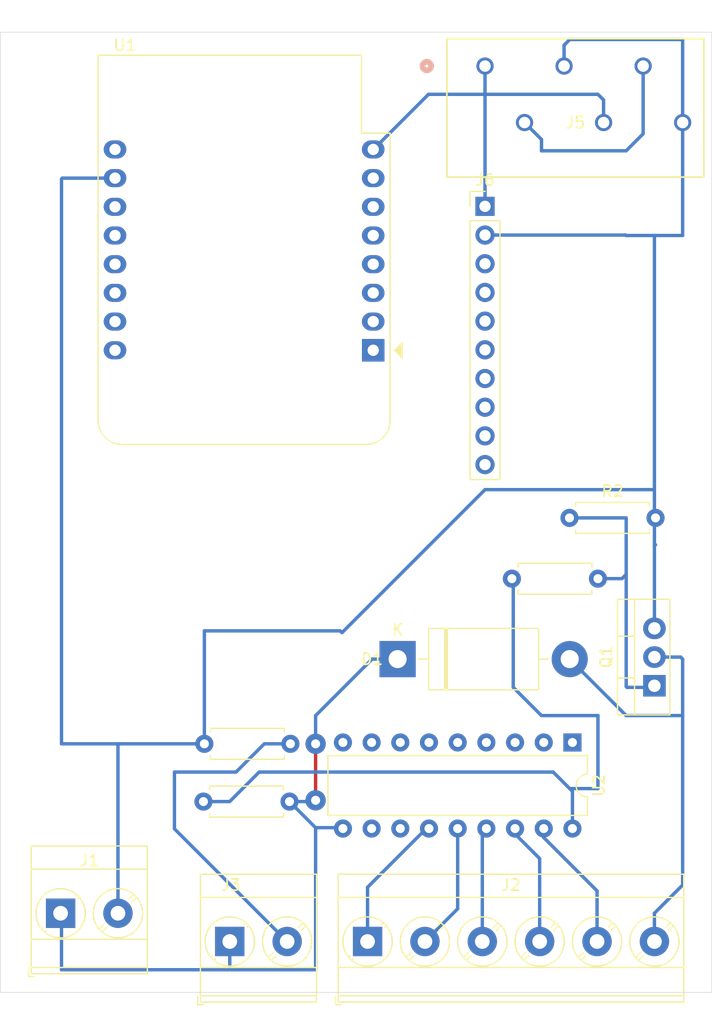
<source format=kicad_pcb>
(kicad_pcb (version 20240108) (generator "pcbnew") (generator_version "8.0")
  (layers (0 "F.Cu" signal) (31 "B.Cu" signal) (34 "B.Paste" user) (35 "F.Paste" user) (36 "B.SilkS" user "B.Silkscreen") (37 "F.SilkS" user "F.Silkscreen") (38 "B.Mask" user) (39 "F.Mask" user) (44 "Edge.Cuts" user))
  (net 0 "")
  (net 1 "+24V")
  (net 2 "GND")
  (net 3 "Net-(J2-Pin_5)")
  (net 4 "Net-(J2-Pin_2)")
  (net 5 "Net-(J2-Pin_3)")
  (net 6 "Net-(J2-Pin_4)")
  (net 7 "Net-(J2-Pin_1)")
  (net 11 "/A0")
  (net 13 "/SDA")
  (net 14 "/SCL")
  (net 16 "VCC")
  (net 17 "Net-(Q1-G)")
  (net 18 "Net-(U2-O1)")
  (net 19 "Net-(U1-MOSI{slash}D7)")
  (net 20 "Net-(U1-RX)")
  (net 21 "Net-(U1-SCK{slash}D5)")
  (net 24 "Net-(U1-MISO{slash}D6)")
  (net 25 "Net-(U1-D3)")
  (net 27 "Net-(U1-CS{slash}D8)")
  (net 33 "Net-(D1-A)")
  (net 34 "Net-(U1-D0)")
  (footprint "TerminalBlock_Phoenix:TerminalBlock_Phoenix_MKDS-3-2-5.08_1x02_P5.08mm_Horizontal" (layer "F.Cu") (at 152.4 122.5)
    (property "Reference" "J3" (at 0.1 -5 0) (layer "F.SilkS"))
    (property "Value" "4..20mA Hydrostatischer Sensor")
    (fp_line (start -2.84 4.86) (end -2.84 5.6) (stroke (width 0.12)) (layer "F.SilkS"))
    (fp_line (start -2.84 5.6) (end -2.34 5.6) (stroke (width 0.12)) (layer "F.SilkS"))
    (fp_line (start -2.6 -5.96) (end -2.6 5.36) (stroke (width 0.12)) (layer "F.SilkS"))
    (fp_line (start -2.6 -5.96) (end 7.68 -5.96) (stroke (width 0.12)) (layer "F.SilkS"))
    (fp_line (start -2.6 -3.9) (end 7.68 -3.9) (stroke (width 0.12)) (layer "F.SilkS"))
    (fp_line (start -2.6 2.3) (end 7.68 2.3) (stroke (width 0.12)) (layer "F.SilkS"))
    (fp_line (start -2.6 4.8) (end 7.68 4.8) (stroke (width 0.12)) (layer "F.SilkS"))
    (fp_line (start -2.6 5.36) (end 7.68 5.36) (stroke (width 0.12)) (layer "F.SilkS"))
    (fp_line (start -1.548 1.281) (end -1.654 1.388) (stroke (width 0.12)) (layer "F.SilkS"))
    (fp_line (start -1.282 1.547) (end -1.388 1.654) (stroke (width 0.12)) (layer "F.SilkS"))
    (fp_line (start 1.388 -1.654) (end 1.281 -1.547) (stroke (width 0.12)) (layer "F.SilkS"))
    (fp_line (start 1.654 -1.388) (end 1.547 -1.281) (stroke (width 0.12)) (layer "F.SilkS"))
    (fp_line (start 3.822 0.992) (end 3.427 1.388) (stroke (width 0.12)) (layer "F.SilkS"))
    (fp_line (start 4.073 1.274) (end 3.693 1.654) (stroke (width 0.12)) (layer "F.SilkS"))
    (fp_line (start 6.468 -1.654) (end 6.088 -1.274) (stroke (width 0.12)) (layer "F.SilkS"))
    (fp_line (start 6.734 -1.388) (end 6.339 -0.992) (stroke (width 0.12)) (layer "F.SilkS"))
    (fp_line (start 7.68 -5.96) (end 7.68 5.36) (stroke (width 0.12)) (layer "F.SilkS"))
    (fp_circle (center 0 0) (end 2.18 0) (stroke (width 0.12)) (fill none) (layer "F.SilkS"))
    (fp_circle (center 5.08 0) (end 7.26 0) (stroke (width 0.12)) (fill none) (layer "F.SilkS"))
    (pad "1" thru_hole rect (at 0 0) (size 2.6 2.6) (drill 1.3) (layers "*.Cu" "*.Mask") (net 1 "+24V"))
    (pad "2" thru_hole circle (at 5.08 0) (size 2.6 2.6) (drill 1.3) (layers "*.Cu" "*.Mask") (net 11 "/A0"))
  )
  (footprint "Resistor_THT:R_Axial_DIN0207_L6.3mm_D2.5mm_P7.62mm_Horizontal" (layer "F.Cu") (at 157.76854 105 180)
    (property "Reference" "R4" (hide yes))
    (property "Value" "100")
    (fp_line (start 7.08 1.37) (end 7.08 1.04) (stroke (width 0.12)) (layer "F.SilkS"))
    (fp_line (start 7.08 -1.37) (end 7.08 -1.04) (stroke (width 0.12)) (layer "F.SilkS"))
    (fp_line (start 0.54 1.37) (end 7.08 1.37) (stroke (width 0.12)) (layer "F.SilkS"))
    (fp_line (start 0.54 1.04) (end 0.54 1.37) (stroke (width 0.12)) (layer "F.SilkS"))
    (fp_line (start 0.54 -1.04) (end 0.54 -1.37) (stroke (width 0.12)) (layer "F.SilkS"))
    (fp_line (start 0.54 -1.37) (end 7.08 -1.37) (stroke (width 0.12)) (layer "F.SilkS"))
    (pad "1" thru_hole circle (at 0 0 180) (size 1.6 1.6) (drill 0.8) (layers "*.Cu" "*.Mask") (net 11 "/A0"))
    (pad "2" thru_hole oval (at 7.62 0 180) (size 1.6 1.6) (drill 0.8) (layers "*.Cu" "*.Mask") (net 2 "GND"))
  )
  (footprint "Resistor_THT:R_Axial_DIN0207_L6.3mm_D2.5mm_P7.62mm_Horizontal" (layer "F.Cu") (at 157.689202 110.11456 180)
    (property "Reference" "R1" (hide yes))
    (property "Value" "10k")
    (fp_line (start 7.08 1.37) (end 7.08 1.04) (stroke (width 0.12)) (layer "F.SilkS"))
    (fp_line (start 7.08 -1.37) (end 7.08 -1.04) (stroke (width 0.12)) (layer "F.SilkS"))
    (fp_line (start 0.54 1.37) (end 7.08 1.37) (stroke (width 0.12)) (layer "F.SilkS"))
    (fp_line (start 0.54 1.04) (end 0.54 1.37) (stroke (width 0.12)) (layer "F.SilkS"))
    (fp_line (start 0.54 -1.04) (end 0.54 -1.37) (stroke (width 0.12)) (layer "F.SilkS"))
    (fp_line (start 0.54 -1.37) (end 7.08 -1.37) (stroke (width 0.12)) (layer "F.SilkS"))
    (pad "1" thru_hole circle (at 0 0 180) (size 1.6 1.6) (drill 0.8) (layers "*.Cu" "*.Mask") (net 1 "+24V"))
    (pad "2" thru_hole oval (at 7.62 0 180) (size 1.6 1.6) (drill 0.8) (layers "*.Cu" "*.Mask") (net 18 "Net-(U2-O1)"))
  )
  (footprint "Package_TO_SOT_THT:TO-220-3_Vertical" (layer "F.Cu") (at 190 99.860824 90)
    (property "Reference" "Q1" (at 2.54 -4.27 -90) (layer "F.SilkS"))
    (property "Value" "IRLZ44N")
    (fp_line (start 7.66 -3.27) (end 7.66 1.371) (stroke (width 0.12)) (layer "F.SilkS"))
    (fp_line (start 4.391 -3.27) (end 4.391 -1.76) (stroke (width 0.12)) (layer "F.SilkS"))
    (fp_line (start 0.69 -3.27) (end 0.69 -1.76) (stroke (width 0.12)) (layer "F.SilkS"))
    (fp_line (start -2.58 -3.27) (end 7.66 -3.27) (stroke (width 0.12)) (layer "F.SilkS"))
    (fp_line (start -2.58 -3.27) (end -2.58 1.371) (stroke (width 0.12)) (layer "F.SilkS"))
    (fp_line (start -2.58 -1.76) (end 7.66 -1.76) (stroke (width 0.12)) (layer "F.SilkS"))
    (fp_line (start -2.58 1.371) (end 7.66 1.371) (stroke (width 0.12)) (layer "F.SilkS"))
    (pad "1" thru_hole rect (at 0 0 90) (size 1.905 2) (drill 1.1) (layers "*.Cu" "*.Mask") (net 17 "Net-(Q1-G)"))
    (pad "2" thru_hole oval (at 2.54 0 90) (size 1.905 2) (drill 1.1) (layers "*.Cu" "*.Mask") (net 33 "Net-(D1-A)"))
    (pad "3" thru_hole oval (at 5.08 0 90) (size 1.905 2) (drill 1.1) (layers "*.Cu" "*.Mask") (net 2 "GND"))
  )
  (footprint "Resistor_THT:R_Axial_DIN0207_L6.3mm_D2.5mm_P7.62mm_Horizontal" (layer "F.Cu") (at 177.38 90.378915)
    (property "Reference" "R3" (hide yes))
    (property "Value" "10")
    (fp_line (start 0.54 -1.37) (end 7.08 -1.37) (stroke (width 0.12)) (layer "F.SilkS"))
    (fp_line (start 0.54 -1.04) (end 0.54 -1.37) (stroke (width 0.12)) (layer "F.SilkS"))
    (fp_line (start 0.54 1.04) (end 0.54 1.37) (stroke (width 0.12)) (layer "F.SilkS"))
    (fp_line (start 0.54 1.37) (end 7.08 1.37) (stroke (width 0.12)) (layer "F.SilkS"))
    (fp_line (start 7.08 -1.37) (end 7.08 -1.04) (stroke (width 0.12)) (layer "F.SilkS"))
    (fp_line (start 7.08 1.37) (end 7.08 1.04) (stroke (width 0.12)) (layer "F.SilkS"))
    (pad "1" thru_hole circle (at 0 0) (size 1.6 1.6) (drill 0.8) (layers "*.Cu" "*.Mask") (net 18 "Net-(U2-O1)"))
    (pad "2" thru_hole oval (at 7.62 0) (size 1.6 1.6) (drill 0.8) (layers "*.Cu" "*.Mask") (net 17 "Net-(Q1-G)"))
  )
  (footprint "Package_DIP:DIP-18_W7.62mm" (layer "F.Cu") (at 182.74 104.88 -90)
    (property "Reference" "U2" (at 3.81 -2.33 90) (layer "F.SilkS"))
    (property "Value" "ULN2803A")
    (fp_line (start 1.16 21.65) (end 6.46 21.65) (stroke (width 0.12)) (layer "F.SilkS"))
    (fp_line (start 6.46 21.65) (end 6.46 -1.33) (stroke (width 0.12)) (layer "F.SilkS"))
    (fp_line (start 1.16 -1.33) (end 1.16 21.65) (stroke (width 0.12)) (layer "F.SilkS"))
    (fp_line (start 2.81 -1.33) (end 1.16 -1.33) (stroke (width 0.12)) (layer "F.SilkS"))
    (fp_line (start 6.46 -1.33) (end 4.81 -1.33) (stroke (width 0.12)) (layer "F.SilkS"))
    (fp_arc (start 4.81 -1.33) (mid 3.81 -0.33) (end 2.81 -1.33) (stroke (width 0.12)) (layer "F.SilkS"))
    (pad "1" thru_hole rect (at 0 0 270) (size 1.6 1.6) (drill 0.8) (layers "*.Cu" "*.Mask") (net 34 "Net-(U1-D0)"))
    (pad "2" thru_hole oval (at 0 2.54 270) (size 1.6 1.6) (drill 0.8) (layers "*.Cu" "*.Mask") (net 20 "Net-(U1-RX)"))
    (pad "3" thru_hole oval (at 0 5.08 270) (size 1.6 1.6) (drill 0.8) (layers "*.Cu" "*.Mask") (net 24 "Net-(U1-MISO{slash}D6)"))
    (pad "4" thru_hole oval (at 0 7.62 270) (size 1.6 1.6) (drill 0.8) (layers "*.Cu" "*.Mask") (net 19 "Net-(U1-MOSI{slash}D7)"))
    (pad "5" thru_hole oval (at 0 10.16 270) (size 1.6 1.6) (drill 0.8) (layers "*.Cu" "*.Mask") (net 21 "Net-(U1-SCK{slash}D5)"))
    (pad "6" thru_hole oval (at 0 12.7 270) (size 1.6 1.6) (drill 0.8) (layers "*.Cu" "*.Mask") (net 27 "Net-(U1-CS{slash}D8)"))
    (pad "7" thru_hole oval (at 0 15.24 270) (size 1.6 1.6) (drill 0.8) (layers "*.Cu" "*.Mask"))
    (pad "8" thru_hole oval (at 0 17.78 270) (size 1.6 1.6) (drill 0.8) (layers "*.Cu" "*.Mask"))
    (pad "9" thru_hole oval (at 0 20.32 270) (size 1.6 1.6) (drill 0.8) (layers "*.Cu" "*.Mask") (net 2 "GND"))
    (pad "10" thru_hole oval (at 7.62 20.32 270) (size 1.6 1.6) (drill 0.8) (layers "*.Cu" "*.Mask") (net 1 "+24V"))
    (pad "11" thru_hole oval (at 7.62 17.78 270) (size 1.6 1.6) (drill 0.8) (layers "*.Cu" "*.Mask"))
    (pad "12" thru_hole oval (at 7.62 15.24 270) (size 1.6 1.6) (drill 0.8) (layers "*.Cu" "*.Mask"))
    (pad "13" thru_hole oval (at 7.62 12.7 270) (size 1.6 1.6) (drill 0.8) (layers "*.Cu" "*.Mask") (net 7 "Net-(J2-Pin_1)"))
    (pad "14" thru_hole oval (at 7.62 10.16 270) (size 1.6 1.6) (drill 0.8) (layers "*.Cu" "*.Mask") (net 4 "Net-(J2-Pin_2)"))
    (pad "15" thru_hole oval (at 7.62 7.62 270) (size 1.6 1.6) (drill 0.8) (layers "*.Cu" "*.Mask") (net 5 "Net-(J2-Pin_3)"))
    (pad "16" thru_hole oval (at 7.62 5.08 270) (size 1.6 1.6) (drill 0.8) (layers "*.Cu" "*.Mask") (net 6 "Net-(J2-Pin_4)"))
    (pad "17" thru_hole oval (at 7.62 2.54 270) (size 1.6 1.6) (drill 0.8) (layers "*.Cu" "*.Mask") (net 3 "Net-(J2-Pin_5)"))
    (pad "18" thru_hole oval (at 7.62 0 270) (size 1.6 1.6) (drill 0.8) (layers "*.Cu" "*.Mask") (net 18 "Net-(U2-O1)"))
  )
  (footprint "TerminalBlock_Phoenix:TerminalBlock_Phoenix_MKDS-3-6-5.08_1x06_P5.08mm_Horizontal" (layer "F.Cu") (at 164.6 122.5)
    (property "Reference" "J2" (at 12.7 -5 0) (layer "F.SilkS"))
    (property "Value" "Relais")
    (fp_line (start -2.84 4.86) (end -2.84 5.6) (stroke (width 0.12)) (layer "F.SilkS"))
    (fp_line (start -2.84 5.6) (end -2.34 5.6) (stroke (width 0.12)) (layer "F.SilkS"))
    (fp_line (start -2.6 -5.96) (end -2.6 5.36) (stroke (width 0.12)) (layer "F.SilkS"))
    (fp_line (start -2.6 -5.96) (end 28 -5.96) (stroke (width 0.12)) (layer "F.SilkS"))
    (fp_line (start -2.6 -3.9) (end 28 -3.9) (stroke (width 0.12)) (layer "F.SilkS"))
    (fp_line (start -2.6 2.3) (end 28 2.3) (stroke (width 0.12)) (layer "F.SilkS"))
    (fp_line (start -2.6 4.8) (end 28 4.8) (stroke (width 0.12)) (layer "F.SilkS"))
    (fp_line (start -2.6 5.36) (end 28 5.36) (stroke (width 0.12)) (layer "F.SilkS"))
    (fp_line (start -1.548 1.281) (end -1.654 1.388) (stroke (width 0.12)) (layer "F.SilkS"))
    (fp_line (start -1.282 1.547) (end -1.388 1.654) (stroke (width 0.12)) (layer "F.SilkS"))
    (fp_line (start 1.388 -1.654) (end 1.281 -1.547) (stroke (width 0.12)) (layer "F.SilkS"))
    (fp_line (start 1.654 -1.388) (end 1.547 -1.281) (stroke (width 0.12)) (layer "F.SilkS"))
    (fp_line (start 3.822 0.992) (end 3.427 1.388) (stroke (width 0.12)) (layer "F.SilkS"))
    (fp_line (start 4.073 1.274) (end 3.693 1.654) (stroke (width 0.12)) (layer "F.SilkS"))
    (fp_line (start 6.468 -1.654) (end 6.088 -1.274) (stroke (width 0.12)) (layer "F.SilkS"))
    (fp_line (start 6.734 -1.388) (end 6.339 -0.992) (stroke (width 0.12)) (layer "F.SilkS"))
    (fp_line (start 8.902 0.992) (end 8.507 1.388) (stroke (width 0.12)) (layer "F.SilkS"))
    (fp_line (start 9.153 1.274) (end 8.773 1.654) (stroke (width 0.12)) (layer "F.SilkS"))
    (fp_line (start 11.548 -1.654) (end 11.168 -1.274) (stroke (width 0.12)) (layer "F.SilkS"))
    (fp_line (start 11.814 -1.388) (end 11.419 -0.992) (stroke (width 0.12)) (layer "F.SilkS"))
    (fp_line (start 13.982 0.992) (end 13.587 1.388) (stroke (width 0.12)) (layer "F.SilkS"))
    (fp_line (start 14.233 1.274) (end 13.853 1.654) (stroke (width 0.12)) (layer "F.SilkS"))
    (fp_line (start 16.628 -1.654) (end 16.248 -1.274) (stroke (width 0.12)) (layer "F.SilkS"))
    (fp_line (start 16.894 -1.388) (end 16.499 -0.992) (stroke (width 0.12)) (layer "F.SilkS"))
    (fp_line (start 19.062 0.992) (end 18.667 1.388) (stroke (width 0.12)) (layer "F.SilkS"))
    (fp_line (start 19.313 1.274) (end 18.933 1.654) (stroke (width 0.12)) (layer "F.SilkS"))
    (fp_line (start 21.708 -1.654) (end 21.328 -1.274) (stroke (width 0.12)) (layer "F.SilkS"))
    (fp_line (start 21.974 -1.388) (end 21.579 -0.992) (stroke (width 0.12)) (layer "F.SilkS"))
    (fp_line (start 24.142 0.992) (end 23.747 1.388) (stroke (width 0.12)) (layer "F.SilkS"))
    (fp_line (start 24.393 1.274) (end 24.013 1.654) (stroke (width 0.12)) (layer "F.SilkS"))
    (fp_line (start 26.788 -1.654) (end 26.408 -1.274) (stroke (width 0.12)) (layer "F.SilkS"))
    (fp_line (start 27.054 -1.388) (end 26.659 -0.992) (stroke (width 0.12)) (layer "F.SilkS"))
    (fp_line (start 28 -5.96) (end 28 5.36) (stroke (width 0.12)) (layer "F.SilkS"))
    (fp_circle (center 0 0) (end 2.18 0) (stroke (width 0.12)) (fill none) (layer "F.SilkS"))
    (fp_circle (center 5.08 0) (end 7.26 0) (stroke (width 0.12)) (fill none) (layer "F.SilkS"))
    (fp_circle (center 10.16 0) (end 12.34 0) (stroke (width 0.12)) (fill none) (layer "F.SilkS"))
    (fp_circle (center 15.24 0) (end 17.42 0) (stroke (width 0.12)) (fill none) (layer "F.SilkS"))
    (fp_circle (center 20.32 0) (end 22.5 0) (stroke (width 0.12)) (fill none) (layer "F.SilkS"))
    (fp_circle (center 25.4 0) (end 27.58 0) (stroke (width 0.12)) (fill none) (layer "F.SilkS"))
    (pad "1" thru_hole rect (at 0 0) (size 2.6 2.6) (drill 1.3) (layers "*.Cu" "*.Mask") (net 7 "Net-(J2-Pin_1)"))
    (pad "2" thru_hole circle (at 5.08 0) (size 2.6 2.6) (drill 1.3) (layers "*.Cu" "*.Mask") (net 4 "Net-(J2-Pin_2)"))
    (pad "3" thru_hole circle (at 10.16 0) (size 2.6 2.6) (drill 1.3) (layers "*.Cu" "*.Mask") (net 5 "Net-(J2-Pin_3)"))
    (pad "4" thru_hole circle (at 15.24 0) (size 2.6 2.6) (drill 1.3) (layers "*.Cu" "*.Mask") (net 6 "Net-(J2-Pin_4)"))
    (pad "5" thru_hole circle (at 20.32 0) (size 2.6 2.6) (drill 1.3) (layers "*.Cu" "*.Mask") (net 3 "Net-(J2-Pin_5)"))
    (pad "6" thru_hole circle (at 25.4 0) (size 2.6 2.6) (drill 1.3) (layers "*.Cu" "*.Mask") (net 33 "Net-(D1-A)"))
  )
  (footprint "Diode_THT:D_DO-201AD_P15.24mm_Horizontal" (layer "F.Cu") (at 167.26 97.5)
    (property "Reference" "D1" (at -2.26 0 0) (layer "F.SilkS"))
    (property "Value" "1N5408")
    (fp_line (start 1.84 0) (end 2.75 0) (stroke (width 0.12)) (layer "F.SilkS"))
    (fp_line (start 2.75 -2.72) (end 2.75 2.72) (stroke (width 0.12)) (layer "F.SilkS"))
    (fp_line (start 2.75 2.72) (end 12.49 2.72) (stroke (width 0.12)) (layer "F.SilkS"))
    (fp_line (start 4.175 -2.72) (end 4.175 2.72) (stroke (width 0.12)) (layer "F.SilkS"))
    (fp_line (start 4.295 -2.72) (end 4.295 2.72) (stroke (width 0.12)) (layer "F.SilkS"))
    (fp_line (start 4.415 -2.72) (end 4.415 2.72) (stroke (width 0.12)) (layer "F.SilkS"))
    (fp_line (start 12.49 -2.72) (end 2.75 -2.72) (stroke (width 0.12)) (layer "F.SilkS"))
    (fp_line (start 12.49 2.72) (end 12.49 -2.72) (stroke (width 0.12)) (layer "F.SilkS"))
    (fp_line (start 13.4 0) (end 12.49 0) (stroke (width 0.12)) (layer "F.SilkS"))
    (fp_text user "K" (at 0 -2.6 0) (layer "F.SilkS"))
    (pad "1" thru_hole rect (at 0 0) (size 3.2 3.2) (drill 1.6) (layers "*.Cu" "*.Mask") (net 1 "+24V"))
    (pad "2" thru_hole oval (at 15.24 0) (size 3.2 3.2) (drill 1.6) (layers "*.Cu" "*.Mask") (net 33 "Net-(D1-A)"))
  )
  (footprint "footprints:CONN_250-206_WAG" (layer "F.Cu") (at 174.999995 45)
    (property "Reference" "J5" (at 8.000067 5 0) (layer "F.SilkS"))
    (property "Value" "250-206")
    (fp_circle (center -5.154933 0) (end -4.773933 0) (stroke (width 0.508)) (fill none) (layer "B.SilkS"))
    (fp_line (start -3.376933 -2.427001) (end -3.376933 9.826999) (stroke (width 0.1524)) (layer "F.SilkS"))
    (fp_line (start -3.376933 9.826999) (end 19.377068 9.826999) (stroke (width 0.1524)) (layer "F.SilkS"))
    (fp_line (start 19.377068 -2.427001) (end -3.376933 -2.427001) (stroke (width 0.1524)) (layer "F.SilkS"))
    (fp_line (start 19.377068 9.826999) (end 19.377068 -2.427001) (stroke (width 0.1524)) (layer "F.SilkS"))
    (fp_circle (center -5.154933 0) (end -4.773933 0) (stroke (width 0.508)) (fill none) (layer "F.SilkS"))
    (pad "1" thru_hole circle (at 0 0) (size 1.524 1.524) (drill 1.016) (layers "*.Cu" "*.Mask") (net 16 "VCC"))
    (pad "2" thru_hole circle (at 3.500003 5) (size 1.524 1.524) (drill 1.016) (layers "*.Cu" "*.Mask") (net 25 "Net-(U1-D3)"))
    (pad "3" thru_hole circle (at 7.000003 0) (size 1.524 1.524) (drill 1.016) (layers "*.Cu" "*.Mask") (net 2 "GND"))
    (pad "4" thru_hole circle (at 10.500004 5) (size 1.524 1.524) (drill 1.016) (layers "*.Cu" "*.Mask") (net 16 "VCC"))
    (pad "5" thru_hole circle (at 14.000005 0) (size 1.524 1.524) (drill 1.016) (layers "*.Cu" "*.Mask") (net 25 "Net-(U1-D3)"))
    (pad "6" thru_hole circle (at 17.500005 5) (size 1.524 1.524) (drill 1.016) (layers "*.Cu" "*.Mask") (net 2 "GND"))
  )
  (footprint "Resistor_THT:R_Axial_DIN0207_L6.3mm_D2.5mm_P7.62mm_Horizontal" (layer "F.Cu") (at 182.478575 85)
    (property "Reference" "R2" (at 3.81 -2.37 360) (layer "F.SilkS"))
    (property "Value" "10k")
    (fp_line (start 0.54 -1.37) (end 7.08 -1.37) (stroke (width 0.12)) (layer "F.SilkS"))
    (fp_line (start 0.54 -1.04) (end 0.54 -1.37) (stroke (width 0.12)) (layer "F.SilkS"))
    (fp_line (start 0.54 1.04) (end 0.54 1.37) (stroke (width 0.12)) (layer "F.SilkS"))
    (fp_line (start 0.54 1.37) (end 7.08 1.37) (stroke (width 0.12)) (layer "F.SilkS"))
    (fp_line (start 7.08 -1.37) (end 7.08 -1.04) (stroke (width 0.12)) (layer "F.SilkS"))
    (fp_line (start 7.08 1.37) (end 7.08 1.04) (stroke (width 0.12)) (layer "F.SilkS"))
    (pad "1" thru_hole circle (at 0 0) (size 1.6 1.6) (drill 0.8) (layers "*.Cu" "*.Mask") (net 17 "Net-(Q1-G)"))
    (pad "2" thru_hole oval (at 7.62 0) (size 1.6 1.6) (drill 0.8) (layers "*.Cu" "*.Mask") (net 2 "GND"))
  )
  (footprint "Module:WEMOS_D1_mini_light" (layer "F.Cu") (at 165.1 70.16 180)
    (property "Reference" "U1" (at 22 27 180) (layer "F.SilkS"))
    (property "Value" "WeMos_D1_mini")
    (fp_line (start 24.36 26.12) (end 24.36 -6.21) (stroke (width 0.12)) (layer "F.SilkS"))
    (fp_line (start 22.24 -8.34) (end 0.63 -8.34) (stroke (width 0.12)) (layer "F.SilkS"))
    (fp_line (start 1.04 26.12) (end 24.36 26.12) (stroke (width 0.12)) (layer "F.SilkS"))
    (fp_line (start 1.04 19.22) (end 1.04 26.12) (stroke (width 0.12)) (layer "F.SilkS"))
    (fp_line (start -1.5 19.22) (end 1.04 19.22) (stroke (width 0.12)) (layer "F.SilkS"))
    (fp_line (start -1.5 19.22) (end -1.5 -6.21) (stroke (width 0.12)) (layer "F.SilkS"))
    (fp_arc (start 22.23 -8.34) (mid 23.736137 -7.716137) (end 24.36 -6.21) (stroke (width 0.12)) (layer "F.SilkS"))
    (fp_arc (start -1.5 -6.21) (mid -0.876137 -7.716137) (end 0.63 -8.34) (stroke (width 0.12)) (layer "F.SilkS"))
    (fp_poly (pts (xy -2.54 -0.635) (xy -2.54 0.635) (xy -1.905 0)) (stroke (width 0.15)) (fill solid) (layer "F.SilkS"))
    (pad "1" thru_hole rect (at 0 0 180) (size 2 2) (drill 1) (layers "*.Cu" "*.Mask"))
    (pad "2" thru_hole oval (at 0 2.54 180) (size 2 1.6) (drill 1) (layers "*.Cu" "*.Mask"))
    (pad "3" thru_hole oval (at 0 5.08 180) (size 2 1.6) (drill 1) (layers "*.Cu" "*.Mask") (net 34 "Net-(U1-D0)"))
    (pad "4" thru_hole oval (at 0 7.62 180) (size 2 1.6) (drill 1) (layers "*.Cu" "*.Mask") (net 21 "Net-(U1-SCK{slash}D5)"))
    (pad "5" thru_hole oval (at 0 10.16 180) (size 2 1.6) (drill 1) (layers "*.Cu" "*.Mask") (net 24 "Net-(U1-MISO{slash}D6)"))
    (pad "6" thru_hole oval (at 0 12.7 180) (size 2 1.6) (drill 1) (layers "*.Cu" "*.Mask") (net 19 "Net-(U1-MOSI{slash}D7)"))
    (pad "7" thru_hole oval (at 0 15.24 180) (size 2 1.6) (drill 1) (layers "*.Cu" "*.Mask") (net 27 "Net-(U1-CS{slash}D8)"))
    (pad "8" thru_hole oval (at 0 17.78 180) (size 2 1.6) (drill 1) (layers "*.Cu" "*.Mask") (net 16 "VCC"))
    (pad "9" thru_hole oval (at 22.86 17.78 180) (size 2 1.6) (drill 1) (layers "*.Cu" "*.Mask"))
    (pad "10" thru_hole oval (at 22.86 15.24 180) (size 2 1.6) (drill 1) (layers "*.Cu" "*.Mask") (net 2 "GND"))
    (pad "11" thru_hole oval (at 22.86 12.7 180) (size 2 1.6) (drill 1) (layers "*.Cu" "*.Mask"))
    (pad "12" thru_hole oval (at 22.86 10.16 180) (size 2 1.6) (drill 1) (layers "*.Cu" "*.Mask") (net 25 "Net-(U1-D3)"))
    (pad "13" thru_hole oval (at 22.86 7.62 180) (size 2 1.6) (drill 1) (layers "*.Cu" "*.Mask") (net 13 "/SDA"))
    (pad "14" thru_hole oval (at 22.86 5.08 180) (size 2 1.6) (drill 1) (layers "*.Cu" "*.Mask") (net 14 "/SCL"))
    (pad "15" thru_hole oval (at 22.86 2.54 180) (size 2 1.6) (drill 1) (layers "*.Cu" "*.Mask") (net 20 "Net-(U1-RX)"))
    (pad "16" thru_hole oval (at 22.86 0 180) (size 2 1.6) (drill 1) (layers "*.Cu" "*.Mask"))
  )
  (footprint "TerminalBlock_Phoenix:TerminalBlock_Phoenix_MKDS-3-2-5.08_1x02_P5.08mm_Horizontal" (layer "F.Cu") (at 137.42 120)
    (property "Reference" "J1" (at 2.54 -4.68 0) (layer "F.SilkS"))
    (property "Value" "24VDC IN")
    (fp_line (start -2.84 4.86) (end -2.84 5.6) (stroke (width 0.12)) (layer "F.SilkS"))
    (fp_line (start -2.84 5.6) (end -2.34 5.6) (stroke (width 0.12)) (layer "F.SilkS"))
    (fp_line (start -2.6 -5.96) (end -2.6 5.36) (stroke (width 0.12)) (layer "F.SilkS"))
    (fp_line (start -2.6 -5.96) (end 7.68 -5.96) (stroke (width 0.12)) (layer "F.SilkS"))
    (fp_line (start -2.6 -3.9) (end 7.68 -3.9) (stroke (width 0.12)) (layer "F.SilkS"))
    (fp_line (start -2.6 2.3) (end 7.68 2.3) (stroke (width 0.12)) (layer "F.SilkS"))
    (fp_line (start -2.6 4.8) (end 7.68 4.8) (stroke (width 0.12)) (layer "F.SilkS"))
    (fp_line (start -2.6 5.36) (end 7.68 5.36) (stroke (width 0.12)) (layer "F.SilkS"))
    (fp_line (start -1.548 1.281) (end -1.654 1.388) (stroke (width 0.12)) (layer "F.SilkS"))
    (fp_line (start -1.282 1.547) (end -1.388 1.654) (stroke (width 0.12)) (layer "F.SilkS"))
    (fp_line (start 1.388 -1.654) (end 1.281 -1.547) (stroke (width 0.12)) (layer "F.SilkS"))
    (fp_line (start 1.654 -1.388) (end 1.547 -1.281) (stroke (width 0.12)) (layer "F.SilkS"))
    (fp_line (start 3.822 0.992) (end 3.427 1.388) (stroke (width 0.12)) (layer "F.SilkS"))
    (fp_line (start 4.073 1.274) (end 3.693 1.654) (stroke (width 0.12)) (layer "F.SilkS"))
    (fp_line (start 6.468 -1.654) (end 6.088 -1.274) (stroke (width 0.12)) (layer "F.SilkS"))
    (fp_line (start 6.734 -1.388) (end 6.339 -0.992) (stroke (width 0.12)) (layer "F.SilkS"))
    (fp_line (start 7.68 -5.96) (end 7.68 5.36) (stroke (width 0.12)) (layer "F.SilkS"))
    (fp_circle (center 0 0) (end 2.18 0) (stroke (width 0.12)) (fill none) (layer "F.SilkS"))
    (fp_circle (center 5.08 0) (end 7.26 0) (stroke (width 0.12)) (fill none) (layer "F.SilkS"))
    (pad "1" thru_hole rect (at 0 0) (size 2.6 2.6) (drill 1.3) (layers "*.Cu" "*.Mask") (net 1 "+24V"))
    (pad "2" thru_hole circle (at 5.08 0) (size 2.6 2.6) (drill 1.3) (layers "*.Cu" "*.Mask") (net 2 "GND"))
  )
  (footprint "Connector_PinHeader_2.54mm:PinHeader_1x10_P2.54mm_Vertical" (layer "F.Cu") (at 175 57.42)
    (property "Reference" "J6" (at 0 -2.33 0) (layer "F.SilkS"))
    (property "Value" "ADS1115 Modul")
    (fp_line (start -1.33 -1.33) (end 0 -1.33) (stroke (width 0.12)) (layer "F.SilkS"))
    (fp_line (start -1.33 0) (end -1.33 -1.33) (stroke (width 0.12)) (layer "F.SilkS"))
    (fp_line (start -1.33 1.27) (end -1.33 24.19) (stroke (width 0.12)) (layer "F.SilkS"))
    (fp_line (start -1.33 1.27) (end 1.33 1.27) (stroke (width 0.12)) (layer "F.SilkS"))
    (fp_line (start -1.33 24.19) (end 1.33 24.19) (stroke (width 0.12)) (layer "F.SilkS"))
    (fp_line (start 1.33 1.27) (end 1.33 24.19) (stroke (width 0.12)) (layer "F.SilkS"))
    (pad "1" thru_hole rect (at 0 0) (size 1.7 1.7) (drill 1) (layers "*.Cu" "*.Mask") (net 16 "VCC"))
    (pad "2" thru_hole oval (at 0 2.54) (size 1.7 1.7) (drill 1) (layers "*.Cu" "*.Mask") (net 2 "GND"))
    (pad "3" thru_hole oval (at 0 5.08) (size 1.7 1.7) (drill 1) (layers "*.Cu" "*.Mask") (net 14 "/SCL"))
    (pad "4" thru_hole oval (at 0 7.62) (size 1.7 1.7) (drill 1) (layers "*.Cu" "*.Mask") (net 13 "/SDA"))
    (pad "5" thru_hole oval (at 0 10.16) (size 1.7 1.7) (drill 1) (layers "*.Cu" "*.Mask"))
    (pad "6" thru_hole oval (at 0 12.7) (size 1.7 1.7) (drill 1) (layers "*.Cu" "*.Mask"))
    (pad "7" thru_hole oval (at 0 15.24) (size 1.7 1.7) (drill 1) (layers "*.Cu" "*.Mask") (net 11 "/A0"))
    (pad "8" thru_hole oval (at 0 17.78) (size 1.7 1.7) (drill 1) (layers "*.Cu" "*.Mask"))
    (pad "9" thru_hole oval (at 0 20.32) (size 1.7 1.7) (drill 1) (layers "*.Cu" "*.Mask"))
    (pad "10" thru_hole oval (at 0 22.86) (size 1.7 1.7) (drill 1) (layers "*.Cu" "*.Mask"))
  )
  (gr_rect (start 132.08 42) (end 195.08 127) (stroke (width 0.05)) (fill none) (layer "Edge.Cuts"))
  (segment (start 160 105) (end 160 110) (width 0.3) (layer "F.Cu") (net 1))
  (via (at 160 110) (size 1.8) (drill 0.8) (layers "F.Cu" "B.Cu") (net 1))
  (via (at 160 105) (size 1.8) (drill 0.8) (layers "F.Cu" "B.Cu") (net 1))
  (segment (start 137.5 125) (end 137.5 120.02) (width 0.3) (layer "B.Cu") (net 1))
  (segment (start 152.4 124.9) (end 152.3 125) (width 0.3) (layer "B.Cu") (net 1))
  (segment (start 152.3 125) (end 137.5 125) (width 0.3) (layer "B.Cu") (net 1))
  (segment (start 137.5 120.02) (end 137.16 119.68) (width 0.3) (layer "B.Cu") (net 1))
  (segment (start 165 97.5) (end 160 102.5) (width 0.3) (layer "B.Cu") (net 1))
  (segment (start 152.4 124.9) (end 152.4 122.5) (width 0.3) (layer "B.Cu") (net 1))
  (segment (start 160 112.425358) (end 157.689202 110.11456) (width 0.3) (layer "B.Cu") (net 1))
  (segment (start 157.689202 110.11456) (end 159.88544 110.11456) (width 0.3) (layer "B.Cu") (net 1))
  (segment (start 159.88544 110.11456) (end 160 110) (width 0.3) (layer "B.Cu") (net 1))
  (segment (start 160 102.5) (end 160 105) (width 0.3) (layer "B.Cu") (net 1))
  (segment (start 152.4 124.9) (end 152.5 125) (width 0.3) (layer "B.Cu") (net 1))
  (segment (start 162.42 112.5) (end 162.345358 112.425358) (width 0.3) (layer "B.Cu") (net 1))
  (segment (start 162.345358 112.425358) (end 160 112.425358) (width 0.3) (layer "B.Cu") (net 1))
  (segment (start 152.5 125) (end 160 125) (width 0.3) (layer "B.Cu") (net 1))
  (segment (start 167.26 97.5) (end 165 97.5) (width 0.3) (layer "B.Cu") (net 1))
  (segment (start 160 125) (end 160 112.425358) (width 0.3) (layer "B.Cu") (net 1))
  (segment (start 142.24 54.92) (end 137.58 54.92) (width 0.3) (layer "B.Cu") (net 2))
  (segment (start 190 60) (end 187.5 60) (width 0.3) (layer "B.Cu") (net 2))
  (segment (start 142.5 119.42) (end 142.5 105) (width 0.3) (layer "B.Cu") (net 2))
  (segment (start 192.5 50) (end 192.5 60) (width 0.3) (layer "B.Cu") (net 2))
  (segment (start 137.5 55) (end 137.5 105) (width 0.3) (layer "B.Cu") (net 2))
  (segment (start 137.58 54.92) (end 137.5 55) (width 0.3) (layer "B.Cu") (net 2))
  (segment (start 190.275465 95) (end 190 94.724535) (width 0.3) (layer "B.Cu") (net 2))
  (segment (start 181.999998 43.150002) (end 181.999998 45) (width 0.3) (layer "B.Cu") (net 2))
  (segment (start 187.46 59.96) (end 175 59.96) (width 0.3) (layer "B.Cu") (net 2))
  (segment (start 190 85) (end 190 60) (width 0.3) (layer "B.Cu") (net 2))
  (segment (start 182.5 42.65) (end 181.999998 43.150002) (width 0.3) (layer "B.Cu") (net 2))
  (segment (start 150.14854 105) (end 150.14854 95) (width 0.3) (layer "B.Cu") (net 2))
  (segment (start 192.5 42.65) (end 182.5 42.65) (width 0.3) (layer "B.Cu") (net 2))
  (segment (start 190 87.5) (end 190 85) (width 0.3) (layer "B.Cu") (net 2))
  (segment (start 162.34 95.16) (end 175 82.5) (width 0.3) (layer "B.Cu") (net 2))
  (segment (start 190.098575 87.378401) (end 190 87.476976) (width 0.3) (layer "B.Cu") (net 2))
  (segment (start 187.5 60) (end 187.46 59.96) (width 0.3) (layer "B.Cu") (net 2))
  (segment (start 192.5 60) (end 190 60) (width 0.3) (layer "B.Cu") (net 2))
  (segment (start 175 82.5) (end 190 82.5) (width 0.3) (layer "B.Cu") (net 2))
  (segment (start 162.18 95) (end 162.34 95.16) (width 0.3) (layer "B.Cu") (net 2))
  (segment (start 190 94.724535) (end 190 87.5) (width 0.3) (layer "B.Cu") (net 2))
  (segment (start 142.24 119.68) (end 142.5 119.42) (width 0.3) (layer "B.Cu") (net 2))
  (segment (start 150.14854 95) (end 162.18 95) (width 0.3) (layer "B.Cu") (net 2))
  (segment (start 190 87.476976) (end 190 87.5) (width 0.3) (layer "B.Cu") (net 2))
  (segment (start 192.5 50) (end 192.5 42.65) (width 0.3) (layer "B.Cu") (net 2))
  (segment (start 142.5 105) (end 150.14854 105) (width 0.3) (layer "B.Cu") (net 2))
  (segment (start 137.5 105) (end 142.5 105) (width 0.3) (layer "B.Cu") (net 2))
  (segment (start 180.2 112.5) (end 180.2 113.3) (width 0.3) (layer "B.Cu") (net 3))
  (segment (start 184.92 118.02) (end 184.92 122.5) (width 0.3) (layer "B.Cu") (net 3))
  (segment (start 180.2 113.3) (end 184.92 118.02) (width 0.3) (layer "B.Cu") (net 3))
  (segment (start 172.58 119.6) (end 169.68 122.5) (width 0.3) (layer "B.Cu") (net 4))
  (segment (start 172.58 112.5) (end 172.58 119.6) (width 0.3) (layer "B.Cu") (net 4))
  (segment (start 174.76 122.5) (end 174.76 112.86) (width 0.3) (layer "B.Cu") (net 5))
  (segment (start 175.04 122.22) (end 174.76 122.5) (width 0.3) (layer "B.Cu") (net 5))
  (segment (start 174.76 112.86) (end 175.12 112.5) (width 0.3) (layer "B.Cu") (net 5))
  (segment (start 179.84 115.16) (end 179.84 122.5) (width 0.3) (layer "B.Cu") (net 6))
  (segment (start 177.66 112.5) (end 177.66 112.98) (width 0.3) (layer "B.Cu") (net 6))
  (segment (start 177.66 112.98) (end 179.84 115.16) (width 0.3) (layer "B.Cu") (net 6))
  (segment (start 164.6 117.7) (end 164.6 122.5) (width 0.3) (layer "B.Cu") (net 7))
  (segment (start 170.04 112.5) (end 169.8 112.5) (width 0.3) (layer "B.Cu") (net 7))
  (segment (start 169.8 112.5) (end 164.6 117.7) (width 0.3) (layer "B.Cu") (net 7))
  (segment (start 155.454471 105) (end 157.76854 105) (width 0.3) (layer "B.Cu") (net 11))
  (segment (start 147.5 112.52) (end 147.5 107.5) (width 0.3) (layer "B.Cu") (net 11))
  (segment (start 152.954471 107.5) (end 155.454471 105) (width 0.3) (layer "B.Cu") (net 11))
  (segment (start 157.48 122.5) (end 147.5 112.52) (width 0.3) (layer "B.Cu") (net 11))
  (segment (start 147.5 107.5) (end 152.954471 107.5) (width 0.3) (layer "B.Cu") (net 11))
  (segment (start 175 47.5) (end 175 45.000005) (width 0.3) (layer "B.Cu") (net 16))
  (segment (start 185 47.5) (end 175 47.5) (width 0.3) (layer "B.Cu") (net 16))
  (segment (start 165.12 52.38) (end 165.1 52.38) (width 0.3) (layer "B.Cu") (net 16))
  (segment (start 175 45.000005) (end 174.999995 45) (width 0.3) (layer "B.Cu") (net 16))
  (segment (start 175 47.5) (end 175 57.42) (width 0.3) (layer "B.Cu") (net 16))
  (segment (start 185.499999 47.999999) (end 185 47.5) (width 0.3) (layer "B.Cu") (net 16))
  (segment (start 170 47.5) (end 165.12 52.38) (width 0.3) (layer "B.Cu") (net 16))
  (segment (start 185.499999 50) (end 185.499999 47.999999) (width 0.3) (layer "B.Cu") (net 16))
  (segment (start 175 47.5) (end 170 47.5) (width 0.3) (layer "B.Cu") (net 16))
  (segment (start 187.5 99.930412) (end 187.569588 100) (width 0.3) (layer "B.Cu") (net 17))
  (segment (start 187.5 90) (end 187.5 99.930412) (width 0.3) (layer "B.Cu") (net 17))
  (segment (start 185 90.378915) (end 187.121085 90.378915) (width 0.3) (layer "B.Cu") (net 17))
  (segment (start 187.121085 90.378915) (end 187.5 90) (width 0.3) (layer "B.Cu") (net 17))
  (segment (start 182.478575 85) (end 187.5 85) (width 0.3) (layer "B.Cu") (net 17))
  (segment (start 187.569588 100) (end 189.860824 100) (width 0.3) (layer "B.Cu") (net 17))
  (segment (start 189.860824 100) (end 190 99.860824) (width 0.3) (layer "B.Cu") (net 17))
  (segment (start 185 90) (end 185 90.378915) (width 0.3) (layer "B.Cu") (net 17))
  (segment (start 187.5 85) (end 187.5 90) (width 0.3) (layer "B.Cu") (net 17))
  (segment (start 185 102.5) (end 185 108.96456) (width 0.3) (layer "B.Cu") (net 18))
  (segment (start 177.5 100) (end 180 102.5) (width 0.3) (layer "B.Cu") (net 18))
  (segment (start 177.38 90.378915) (end 177.5 90.498915) (width 0.3) (layer "B.Cu") (net 18))
  (segment (start 180 102.5) (end 185 102.5) (width 0.3) (layer "B.Cu") (net 18))
  (segment (start 155 107.5) (end 152.38544 110.11456) (width 0.3) (layer "B.Cu") (net 18))
  (segment (start 177.5 90.498915) (end 177.5 100) (width 0.3) (layer "B.Cu") (net 18))
  (segment (start 182.74 109.20456) (end 182.74 112.5) (width 0.3) (layer "B.Cu") (net 18))
  (segment (start 181.03544 107.5) (end 155 107.5) (width 0.3) (layer "B.Cu") (net 18))
  (segment (start 182.5 108.96456) (end 181.03544 107.5) (width 0.3) (layer "B.Cu") (net 18))
  (segment (start 182.5 108.96456) (end 182.74 109.20456) (width 0.3) (layer "B.Cu") (net 18))
  (segment (start 152.38544 110.11456) (end 150.069202 110.11456) (width 0.3) (layer "B.Cu") (net 18))
  (segment (start 185 108.96456) (end 182.5 108.96456) (width 0.3) (layer "B.Cu") (net 18))
  (segment (start 182.66 112.42) (end 182.74 112.5) (width 0.3) (layer "B.Cu") (net 18))
  (segment (start 180 51.500002) (end 178.499998 50) (width 0.3) (layer "B.Cu") (net 25))
  (segment (start 189 51) (end 187.5 52.5) (width 0.3) (layer "B.Cu") (net 25))
  (segment (start 189 45) (end 189 51) (width 0.3) (layer "B.Cu") (net 25))
  (segment (start 180 52.5) (end 180 51.500002) (width 0.3) (layer "B.Cu") (net 25))
  (segment (start 187.5 52.5) (end 180 52.5) (width 0.3) (layer "B.Cu") (net 25))
  (segment (start 192.5 97.5) (end 192.5 102.5) (width 0.3) (layer "B.Cu") (net 33))
  (segment (start 192.320824 97.320824) (end 192.5 97.5) (width 0.3) (layer "B.Cu") (net 33))
  (segment (start 190 97.320824) (end 192.320824 97.320824) (width 0.3) (layer "B.Cu") (net 33))
  (segment (start 192.5 117.5) (end 190 120) (width 0.3) (layer "B.Cu") (net 33))
  (segment (start 192.5 102.5) (end 192.5 117.5) (width 0.3) (layer "B.Cu") (net 33))
  (segment (start 187.5 102.5) (end 192.5 102.5) (width 0.3) (layer "B.Cu") (net 33))
  (segment (start 182.5 97.5) (end 187.5 102.5) (width 0.3) (layer "B.Cu") (net 33))
  (segment (start 190 120) (end 190 122.5) (width 0.3) (layer "B.Cu") (net 33))
)
</source>
